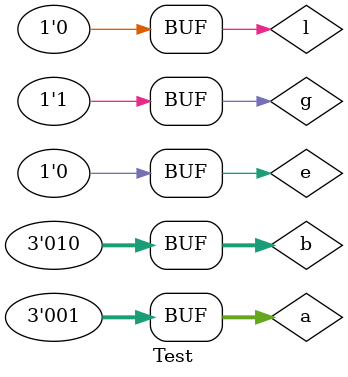
<source format=v>
`timescale 1ns / 1ps


module Test;

	// Inputs
	reg [2:0] a;
	reg [2:0] b;
	reg l;
	reg e;
	reg g;

	// Outputs
	wire lt;
	wire eq;
	wire gt;

	// Instantiate the Unit Under Test (UUT)
	comparator_3_bit uut (
		.lt(lt), 
		.eq(eq), 
		.gt(gt), 
		.a(a), 
		.b(b), 
		.l(l), 
		.e(e), 
		.g(g)
	);

	initial begin
		
		a = 3'b001;
		b = 3'b001;
		
		l = 1'b0;
		e = 1'b1;
		g = 1'b0;
		# 50 ;
		l = 1'b1;
		e = 1'b0;
		g = 1'b0;
		# 50 ;
		l = 1'b0;
		e = 1'b0;
		g = 1'b1;
		# 50 ;
		//////////////////
		a = 3'b010;
		b = 3'b001;
		
		l = 1'b0;
		e = 1'b1;
		g = 1'b0;
		# 50 ;
		l = 1'b1;
		e = 1'b0;
		g = 1'b0;
		# 50 ;
		l = 1'b0;
		e = 1'b0;
		g = 1'b1;
		# 50;

		a = 3'b001;
		b = 3'b010;
		
		l = 1'b0;
		e = 1'b1;
		g = 1'b0;
		# 50 ;
		l = 1'b1;
		e = 1'b0;
		g = 1'b0;
		# 50 ;
		l = 1'b0;
		e = 1'b0;
		g = 1'b1;
		# 50;

	end
      
endmodule


</source>
